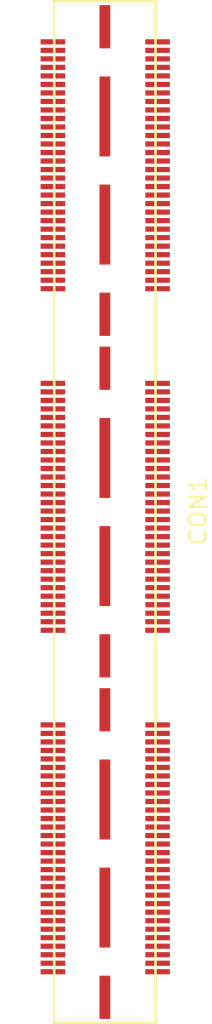
<source format=kicad_pcb>
(kicad_pcb (version 4) (host pcbnew 0.201506030104+5696~23~ubuntu14.04.1-product)

  (general
    (links 0)
    (no_connects 0)
    (area 34.971705 37.339799 56.60401 97.889801)
    (thickness 1.6)
    (drawings 0)
    (tracks 0)
    (zones 0)
    (modules 1)
    (nets 193)
  )

  (page A4)
  (layers
    (0 F.Cu signal)
    (31 B.Cu signal)
    (32 B.Adhes user)
    (33 F.Adhes user)
    (34 B.Paste user)
    (35 F.Paste user)
    (36 B.SilkS user)
    (37 F.SilkS user)
    (38 B.Mask user)
    (39 F.Mask user)
    (40 Dwgs.User user)
    (41 Cmts.User user)
    (42 Eco1.User user)
    (43 Eco2.User user)
    (44 Edge.Cuts user)
    (45 Margin user)
    (46 B.CrtYd user)
    (47 F.CrtYd user)
    (48 B.Fab user)
    (49 F.Fab user)
  )

  (setup
    (last_trace_width 0.25)
    (trace_clearance 0.2)
    (zone_clearance 0.508)
    (zone_45_only no)
    (trace_min 0.2)
    (segment_width 0.2)
    (edge_width 0.1)
    (via_size 0.6)
    (via_drill 0.4)
    (via_min_size 0.4)
    (via_min_drill 0.3)
    (uvia_size 0.3)
    (uvia_drill 0.1)
    (uvias_allowed no)
    (uvia_min_size 0.2)
    (uvia_min_drill 0.1)
    (pcb_text_width 0.3)
    (pcb_text_size 1.5 1.5)
    (mod_edge_width 0.15)
    (mod_text_size 1 1)
    (mod_text_width 0.15)
    (pad_size 1.5 1.5)
    (pad_drill 0.6)
    (pad_to_mask_clearance 0)
    (aux_axis_origin 0 0)
    (visible_elements FFFFFF7F)
    (pcbplotparams
      (layerselection 0x00030_80000001)
      (usegerberextensions false)
      (excludeedgelayer true)
      (linewidth 0.100000)
      (plotframeref false)
      (viasonmask false)
      (mode 1)
      (useauxorigin false)
      (hpglpennumber 1)
      (hpglpenspeed 20)
      (hpglpendiameter 15)
      (hpglpenoverlay 2)
      (psnegative false)
      (psa4output false)
      (plotreference true)
      (plotvalue true)
      (plotinvisibletext false)
      (padsonsilk false)
      (subtractmaskfromsilk false)
      (outputformat 1)
      (mirror false)
      (drillshape 0)
      (scaleselection 1)
      (outputdirectory gerber/))
  )

  (net 0 "")
  (net 1 "Net-(CON1-Pad181)")
  (net 2 "Net-(CON1-Pad182)")
  (net 3 "Net-(CON1-Pad183)")
  (net 4 "Net-(CON1-Pad184)")
  (net 5 "Net-(CON1-Pad192)")
  (net 6 "Net-(CON1-Pad191)")
  (net 7 "Net-(CON1-Pad190)")
  (net 8 "Net-(CON1-Pad189)")
  (net 9 "Net-(CON1-Pad2)")
  (net 10 "Net-(CON1-Pad40)")
  (net 11 "Net-(CON1-Pad30)")
  (net 12 "Net-(CON1-Pad32)")
  (net 13 "Net-(CON1-Pad34)")
  (net 14 "Net-(CON1-Pad36)")
  (net 15 "Net-(CON1-Pad38)")
  (net 16 "Net-(CON1-Pad42)")
  (net 17 "Net-(CON1-Pad44)")
  (net 18 "Net-(CON1-Pad46)")
  (net 19 "Net-(CON1-Pad48)")
  (net 20 "Net-(CON1-Pad50)")
  (net 21 "Net-(CON1-Pad52)")
  (net 22 "Net-(CON1-Pad54)")
  (net 23 "Net-(CON1-Pad56)")
  (net 24 "Net-(CON1-Pad58)")
  (net 25 "Net-(CON1-Pad60)")
  (net 26 "Net-(CON1-Pad28)")
  (net 27 "Net-(CON1-Pad26)")
  (net 28 "Net-(CON1-Pad24)")
  (net 29 "Net-(CON1-Pad22)")
  (net 30 "Net-(CON1-Pad20)")
  (net 31 "Net-(CON1-Pad18)")
  (net 32 "Net-(CON1-Pad16)")
  (net 33 "Net-(CON1-Pad14)")
  (net 34 "Net-(CON1-Pad12)")
  (net 35 "Net-(CON1-Pad10)")
  (net 36 "Net-(CON1-Pad8)")
  (net 37 "Net-(CON1-Pad6)")
  (net 38 "Net-(CON1-Pad4)")
  (net 39 "Net-(CON1-Pad64)")
  (net 40 "Net-(CON1-Pad66)")
  (net 41 "Net-(CON1-Pad68)")
  (net 42 "Net-(CON1-Pad70)")
  (net 43 "Net-(CON1-Pad72)")
  (net 44 "Net-(CON1-Pad74)")
  (net 45 "Net-(CON1-Pad76)")
  (net 46 "Net-(CON1-Pad78)")
  (net 47 "Net-(CON1-Pad80)")
  (net 48 "Net-(CON1-Pad82)")
  (net 49 "Net-(CON1-Pad84)")
  (net 50 "Net-(CON1-Pad86)")
  (net 51 "Net-(CON1-Pad88)")
  (net 52 "Net-(CON1-Pad120)")
  (net 53 "Net-(CON1-Pad118)")
  (net 54 "Net-(CON1-Pad116)")
  (net 55 "Net-(CON1-Pad114)")
  (net 56 "Net-(CON1-Pad112)")
  (net 57 "Net-(CON1-Pad110)")
  (net 58 "Net-(CON1-Pad108)")
  (net 59 "Net-(CON1-Pad106)")
  (net 60 "Net-(CON1-Pad104)")
  (net 61 "Net-(CON1-Pad102)")
  (net 62 "Net-(CON1-Pad98)")
  (net 63 "Net-(CON1-Pad96)")
  (net 64 "Net-(CON1-Pad94)")
  (net 65 "Net-(CON1-Pad92)")
  (net 66 "Net-(CON1-Pad90)")
  (net 67 "Net-(CON1-Pad100)")
  (net 68 "Net-(CON1-Pad62)")
  (net 69 "Net-(CON1-Pad122)")
  (net 70 "Net-(CON1-Pad160)")
  (net 71 "Net-(CON1-Pad150)")
  (net 72 "Net-(CON1-Pad152)")
  (net 73 "Net-(CON1-Pad154)")
  (net 74 "Net-(CON1-Pad156)")
  (net 75 "Net-(CON1-Pad158)")
  (net 76 "Net-(CON1-Pad162)")
  (net 77 "Net-(CON1-Pad164)")
  (net 78 "Net-(CON1-Pad166)")
  (net 79 "Net-(CON1-Pad168)")
  (net 80 "Net-(CON1-Pad170)")
  (net 81 "Net-(CON1-Pad172)")
  (net 82 "Net-(CON1-Pad174)")
  (net 83 "Net-(CON1-Pad176)")
  (net 84 "Net-(CON1-Pad178)")
  (net 85 "Net-(CON1-Pad180)")
  (net 86 "Net-(CON1-Pad148)")
  (net 87 "Net-(CON1-Pad146)")
  (net 88 "Net-(CON1-Pad144)")
  (net 89 "Net-(CON1-Pad142)")
  (net 90 "Net-(CON1-Pad140)")
  (net 91 "Net-(CON1-Pad138)")
  (net 92 "Net-(CON1-Pad136)")
  (net 93 "Net-(CON1-Pad134)")
  (net 94 "Net-(CON1-Pad132)")
  (net 95 "Net-(CON1-Pad130)")
  (net 96 "Net-(CON1-Pad128)")
  (net 97 "Net-(CON1-Pad126)")
  (net 98 "Net-(CON1-Pad124)")
  (net 99 "Net-(CON1-Pad121)")
  (net 100 "Net-(CON1-Pad159)")
  (net 101 "Net-(CON1-Pad149)")
  (net 102 "Net-(CON1-Pad151)")
  (net 103 "Net-(CON1-Pad153)")
  (net 104 "Net-(CON1-Pad155)")
  (net 105 "Net-(CON1-Pad157)")
  (net 106 "Net-(CON1-Pad161)")
  (net 107 "Net-(CON1-Pad163)")
  (net 108 "Net-(CON1-Pad165)")
  (net 109 "Net-(CON1-Pad167)")
  (net 110 "Net-(CON1-Pad169)")
  (net 111 "Net-(CON1-Pad171)")
  (net 112 "Net-(CON1-Pad173)")
  (net 113 "Net-(CON1-Pad175)")
  (net 114 "Net-(CON1-Pad177)")
  (net 115 "Net-(CON1-Pad179)")
  (net 116 "Net-(CON1-Pad147)")
  (net 117 "Net-(CON1-Pad145)")
  (net 118 "Net-(CON1-Pad143)")
  (net 119 "Net-(CON1-Pad141)")
  (net 120 "Net-(CON1-Pad139)")
  (net 121 "Net-(CON1-Pad137)")
  (net 122 "Net-(CON1-Pad135)")
  (net 123 "Net-(CON1-Pad133)")
  (net 124 "Net-(CON1-Pad131)")
  (net 125 "Net-(CON1-Pad129)")
  (net 126 "Net-(CON1-Pad127)")
  (net 127 "Net-(CON1-Pad125)")
  (net 128 "Net-(CON1-Pad123)")
  (net 129 "Net-(CON1-Pad63)")
  (net 130 "Net-(CON1-Pad65)")
  (net 131 "Net-(CON1-Pad67)")
  (net 132 "Net-(CON1-Pad69)")
  (net 133 "Net-(CON1-Pad71)")
  (net 134 "Net-(CON1-Pad73)")
  (net 135 "Net-(CON1-Pad75)")
  (net 136 "Net-(CON1-Pad77)")
  (net 137 "Net-(CON1-Pad79)")
  (net 138 "Net-(CON1-Pad81)")
  (net 139 "Net-(CON1-Pad83)")
  (net 140 "Net-(CON1-Pad85)")
  (net 141 "Net-(CON1-Pad87)")
  (net 142 "Net-(CON1-Pad119)")
  (net 143 "Net-(CON1-Pad117)")
  (net 144 "Net-(CON1-Pad115)")
  (net 145 "Net-(CON1-Pad113)")
  (net 146 "Net-(CON1-Pad111)")
  (net 147 "Net-(CON1-Pad109)")
  (net 148 "Net-(CON1-Pad107)")
  (net 149 "Net-(CON1-Pad105)")
  (net 150 "Net-(CON1-Pad103)")
  (net 151 "Net-(CON1-Pad101)")
  (net 152 "Net-(CON1-Pad97)")
  (net 153 "Net-(CON1-Pad95)")
  (net 154 "Net-(CON1-Pad93)")
  (net 155 "Net-(CON1-Pad91)")
  (net 156 "Net-(CON1-Pad89)")
  (net 157 "Net-(CON1-Pad99)")
  (net 158 "Net-(CON1-Pad61)")
  (net 159 "Net-(CON1-Pad1)")
  (net 160 "Net-(CON1-Pad39)")
  (net 161 "Net-(CON1-Pad29)")
  (net 162 "Net-(CON1-Pad31)")
  (net 163 "Net-(CON1-Pad33)")
  (net 164 "Net-(CON1-Pad35)")
  (net 165 "Net-(CON1-Pad37)")
  (net 166 "Net-(CON1-Pad41)")
  (net 167 "Net-(CON1-Pad43)")
  (net 168 "Net-(CON1-Pad45)")
  (net 169 "Net-(CON1-Pad47)")
  (net 170 "Net-(CON1-Pad49)")
  (net 171 "Net-(CON1-Pad51)")
  (net 172 "Net-(CON1-Pad53)")
  (net 173 "Net-(CON1-Pad55)")
  (net 174 "Net-(CON1-Pad57)")
  (net 175 "Net-(CON1-Pad59)")
  (net 176 "Net-(CON1-Pad27)")
  (net 177 "Net-(CON1-Pad25)")
  (net 178 "Net-(CON1-Pad23)")
  (net 179 "Net-(CON1-Pad21)")
  (net 180 "Net-(CON1-Pad19)")
  (net 181 "Net-(CON1-Pad17)")
  (net 182 "Net-(CON1-Pad15)")
  (net 183 "Net-(CON1-Pad13)")
  (net 184 "Net-(CON1-Pad11)")
  (net 185 "Net-(CON1-Pad9)")
  (net 186 "Net-(CON1-Pad7)")
  (net 187 "Net-(CON1-Pad5)")
  (net 188 "Net-(CON1-Pad3)")
  (net 189 "Net-(CON1-Pad185)")
  (net 190 "Net-(CON1-Pad186)")
  (net 191 "Net-(CON1-Pad187)")
  (net 192 "Net-(CON1-Pad188)")

  (net_class Default "This is the default net class."
    (clearance 0.2)
    (trace_width 0.25)
    (via_dia 0.6)
    (via_drill 0.4)
    (uvia_dia 0.3)
    (uvia_drill 0.1)
    (add_net "Net-(CON1-Pad1)")
    (add_net "Net-(CON1-Pad10)")
    (add_net "Net-(CON1-Pad100)")
    (add_net "Net-(CON1-Pad101)")
    (add_net "Net-(CON1-Pad102)")
    (add_net "Net-(CON1-Pad103)")
    (add_net "Net-(CON1-Pad104)")
    (add_net "Net-(CON1-Pad105)")
    (add_net "Net-(CON1-Pad106)")
    (add_net "Net-(CON1-Pad107)")
    (add_net "Net-(CON1-Pad108)")
    (add_net "Net-(CON1-Pad109)")
    (add_net "Net-(CON1-Pad11)")
    (add_net "Net-(CON1-Pad110)")
    (add_net "Net-(CON1-Pad111)")
    (add_net "Net-(CON1-Pad112)")
    (add_net "Net-(CON1-Pad113)")
    (add_net "Net-(CON1-Pad114)")
    (add_net "Net-(CON1-Pad115)")
    (add_net "Net-(CON1-Pad116)")
    (add_net "Net-(CON1-Pad117)")
    (add_net "Net-(CON1-Pad118)")
    (add_net "Net-(CON1-Pad119)")
    (add_net "Net-(CON1-Pad12)")
    (add_net "Net-(CON1-Pad120)")
    (add_net "Net-(CON1-Pad121)")
    (add_net "Net-(CON1-Pad122)")
    (add_net "Net-(CON1-Pad123)")
    (add_net "Net-(CON1-Pad124)")
    (add_net "Net-(CON1-Pad125)")
    (add_net "Net-(CON1-Pad126)")
    (add_net "Net-(CON1-Pad127)")
    (add_net "Net-(CON1-Pad128)")
    (add_net "Net-(CON1-Pad129)")
    (add_net "Net-(CON1-Pad13)")
    (add_net "Net-(CON1-Pad130)")
    (add_net "Net-(CON1-Pad131)")
    (add_net "Net-(CON1-Pad132)")
    (add_net "Net-(CON1-Pad133)")
    (add_net "Net-(CON1-Pad134)")
    (add_net "Net-(CON1-Pad135)")
    (add_net "Net-(CON1-Pad136)")
    (add_net "Net-(CON1-Pad137)")
    (add_net "Net-(CON1-Pad138)")
    (add_net "Net-(CON1-Pad139)")
    (add_net "Net-(CON1-Pad14)")
    (add_net "Net-(CON1-Pad140)")
    (add_net "Net-(CON1-Pad141)")
    (add_net "Net-(CON1-Pad142)")
    (add_net "Net-(CON1-Pad143)")
    (add_net "Net-(CON1-Pad144)")
    (add_net "Net-(CON1-Pad145)")
    (add_net "Net-(CON1-Pad146)")
    (add_net "Net-(CON1-Pad147)")
    (add_net "Net-(CON1-Pad148)")
    (add_net "Net-(CON1-Pad149)")
    (add_net "Net-(CON1-Pad15)")
    (add_net "Net-(CON1-Pad150)")
    (add_net "Net-(CON1-Pad151)")
    (add_net "Net-(CON1-Pad152)")
    (add_net "Net-(CON1-Pad153)")
    (add_net "Net-(CON1-Pad154)")
    (add_net "Net-(CON1-Pad155)")
    (add_net "Net-(CON1-Pad156)")
    (add_net "Net-(CON1-Pad157)")
    (add_net "Net-(CON1-Pad158)")
    (add_net "Net-(CON1-Pad159)")
    (add_net "Net-(CON1-Pad16)")
    (add_net "Net-(CON1-Pad160)")
    (add_net "Net-(CON1-Pad161)")
    (add_net "Net-(CON1-Pad162)")
    (add_net "Net-(CON1-Pad163)")
    (add_net "Net-(CON1-Pad164)")
    (add_net "Net-(CON1-Pad165)")
    (add_net "Net-(CON1-Pad166)")
    (add_net "Net-(CON1-Pad167)")
    (add_net "Net-(CON1-Pad168)")
    (add_net "Net-(CON1-Pad169)")
    (add_net "Net-(CON1-Pad17)")
    (add_net "Net-(CON1-Pad170)")
    (add_net "Net-(CON1-Pad171)")
    (add_net "Net-(CON1-Pad172)")
    (add_net "Net-(CON1-Pad173)")
    (add_net "Net-(CON1-Pad174)")
    (add_net "Net-(CON1-Pad175)")
    (add_net "Net-(CON1-Pad176)")
    (add_net "Net-(CON1-Pad177)")
    (add_net "Net-(CON1-Pad178)")
    (add_net "Net-(CON1-Pad179)")
    (add_net "Net-(CON1-Pad18)")
    (add_net "Net-(CON1-Pad180)")
    (add_net "Net-(CON1-Pad181)")
    (add_net "Net-(CON1-Pad182)")
    (add_net "Net-(CON1-Pad183)")
    (add_net "Net-(CON1-Pad184)")
    (add_net "Net-(CON1-Pad185)")
    (add_net "Net-(CON1-Pad186)")
    (add_net "Net-(CON1-Pad187)")
    (add_net "Net-(CON1-Pad188)")
    (add_net "Net-(CON1-Pad189)")
    (add_net "Net-(CON1-Pad19)")
    (add_net "Net-(CON1-Pad190)")
    (add_net "Net-(CON1-Pad191)")
    (add_net "Net-(CON1-Pad192)")
    (add_net "Net-(CON1-Pad2)")
    (add_net "Net-(CON1-Pad20)")
    (add_net "Net-(CON1-Pad21)")
    (add_net "Net-(CON1-Pad22)")
    (add_net "Net-(CON1-Pad23)")
    (add_net "Net-(CON1-Pad24)")
    (add_net "Net-(CON1-Pad25)")
    (add_net "Net-(CON1-Pad26)")
    (add_net "Net-(CON1-Pad27)")
    (add_net "Net-(CON1-Pad28)")
    (add_net "Net-(CON1-Pad29)")
    (add_net "Net-(CON1-Pad3)")
    (add_net "Net-(CON1-Pad30)")
    (add_net "Net-(CON1-Pad31)")
    (add_net "Net-(CON1-Pad32)")
    (add_net "Net-(CON1-Pad33)")
    (add_net "Net-(CON1-Pad34)")
    (add_net "Net-(CON1-Pad35)")
    (add_net "Net-(CON1-Pad36)")
    (add_net "Net-(CON1-Pad37)")
    (add_net "Net-(CON1-Pad38)")
    (add_net "Net-(CON1-Pad39)")
    (add_net "Net-(CON1-Pad4)")
    (add_net "Net-(CON1-Pad40)")
    (add_net "Net-(CON1-Pad41)")
    (add_net "Net-(CON1-Pad42)")
    (add_net "Net-(CON1-Pad43)")
    (add_net "Net-(CON1-Pad44)")
    (add_net "Net-(CON1-Pad45)")
    (add_net "Net-(CON1-Pad46)")
    (add_net "Net-(CON1-Pad47)")
    (add_net "Net-(CON1-Pad48)")
    (add_net "Net-(CON1-Pad49)")
    (add_net "Net-(CON1-Pad5)")
    (add_net "Net-(CON1-Pad50)")
    (add_net "Net-(CON1-Pad51)")
    (add_net "Net-(CON1-Pad52)")
    (add_net "Net-(CON1-Pad53)")
    (add_net "Net-(CON1-Pad54)")
    (add_net "Net-(CON1-Pad55)")
    (add_net "Net-(CON1-Pad56)")
    (add_net "Net-(CON1-Pad57)")
    (add_net "Net-(CON1-Pad58)")
    (add_net "Net-(CON1-Pad59)")
    (add_net "Net-(CON1-Pad6)")
    (add_net "Net-(CON1-Pad60)")
    (add_net "Net-(CON1-Pad61)")
    (add_net "Net-(CON1-Pad62)")
    (add_net "Net-(CON1-Pad63)")
    (add_net "Net-(CON1-Pad64)")
    (add_net "Net-(CON1-Pad65)")
    (add_net "Net-(CON1-Pad66)")
    (add_net "Net-(CON1-Pad67)")
    (add_net "Net-(CON1-Pad68)")
    (add_net "Net-(CON1-Pad69)")
    (add_net "Net-(CON1-Pad7)")
    (add_net "Net-(CON1-Pad70)")
    (add_net "Net-(CON1-Pad71)")
    (add_net "Net-(CON1-Pad72)")
    (add_net "Net-(CON1-Pad73)")
    (add_net "Net-(CON1-Pad74)")
    (add_net "Net-(CON1-Pad75)")
    (add_net "Net-(CON1-Pad76)")
    (add_net "Net-(CON1-Pad77)")
    (add_net "Net-(CON1-Pad78)")
    (add_net "Net-(CON1-Pad79)")
    (add_net "Net-(CON1-Pad8)")
    (add_net "Net-(CON1-Pad80)")
    (add_net "Net-(CON1-Pad81)")
    (add_net "Net-(CON1-Pad82)")
    (add_net "Net-(CON1-Pad83)")
    (add_net "Net-(CON1-Pad84)")
    (add_net "Net-(CON1-Pad85)")
    (add_net "Net-(CON1-Pad86)")
    (add_net "Net-(CON1-Pad87)")
    (add_net "Net-(CON1-Pad88)")
    (add_net "Net-(CON1-Pad89)")
    (add_net "Net-(CON1-Pad9)")
    (add_net "Net-(CON1-Pad90)")
    (add_net "Net-(CON1-Pad91)")
    (add_net "Net-(CON1-Pad92)")
    (add_net "Net-(CON1-Pad93)")
    (add_net "Net-(CON1-Pad94)")
    (add_net "Net-(CON1-Pad95)")
    (add_net "Net-(CON1-Pad96)")
    (add_net "Net-(CON1-Pad97)")
    (add_net "Net-(CON1-Pad98)")
    (add_net "Net-(CON1-Pad99)")
  )

  (module QTH-090-01-L-D-A:QTH-090-01-L-D-A (layer F.Cu) (tedit 55836FCA) (tstamp 55837068)
    (at 48.8188 67.6148 90)
    (descr 150)
    (path /55836CBF)
    (fp_text reference CON1 (at 0.0508 5.4864 90) (layer F.SilkS)
      (effects (font (size 1 1) (thickness 0.15)))
    )
    (fp_text value QTH-090-01-L-D-A (at -0.0508 -5.334 90) (layer F.Fab)
      (effects (font (size 1 1) (thickness 0.15)))
    )
    (fp_line (start -30 -2.985) (end -30 2.985) (layer F.SilkS) (width 0.15))
    (fp_line (start -30 2.985) (end 30 2.985) (layer F.SilkS) (width 0.15))
    (fp_line (start 30 2.985) (end 30 -2.985) (layer F.SilkS) (width 0.15))
    (fp_line (start 30 -2.985) (end -30 -2.985) (layer F.SilkS) (width 0.15))
    (pad 181 smd rect (at -28.505 0 90) (size 2.54 0.64) (layers F.Cu F.Paste F.Mask)
      (net 1 "Net-(CON1-Pad181)"))
    (pad 182 smd rect (at -23.235 0 90) (size 4.7 0.64) (layers F.Cu F.Paste F.Mask)
      (net 2 "Net-(CON1-Pad182)"))
    (pad 183 smd rect (at -16.885 0 90) (size 4.7 0.64) (layers F.Cu F.Paste F.Mask)
      (net 3 "Net-(CON1-Pad183)"))
    (pad 184 smd rect (at -11.615 0 90) (size 2.54 0.64) (layers F.Cu F.Paste F.Mask)
      (net 4 "Net-(CON1-Pad184)"))
    (pad 192 smd rect (at 28.505 0 90) (size 2.54 0.64) (layers F.Cu F.Paste F.Mask)
      (net 5 "Net-(CON1-Pad192)"))
    (pad 191 smd rect (at 23.235 0 90) (size 4.7 0.64) (layers F.Cu F.Paste F.Mask)
      (net 6 "Net-(CON1-Pad191)"))
    (pad 190 smd rect (at 16.885 0 90) (size 4.7 0.64) (layers F.Cu F.Paste F.Mask)
      (net 7 "Net-(CON1-Pad190)"))
    (pad 189 smd rect (at 11.615 0 90) (size 2.54 0.64) (layers F.Cu F.Paste F.Mask)
      (net 8 "Net-(CON1-Pad189)"))
    (pad 2 smd rect (at -27.003 3.106 90) (size 0.305 1.45) (layers F.Cu F.Paste F.Mask)
      (net 9 "Net-(CON1-Pad2)"))
    (pad 40 smd rect (at -17.503 3.106 90) (size 0.305 1.45) (layers F.Cu F.Paste F.Mask)
      (net 10 "Net-(CON1-Pad40)"))
    (pad 30 smd rect (at -20.003 3.106 90) (size 0.305 1.45) (layers F.Cu F.Paste F.Mask)
      (net 11 "Net-(CON1-Pad30)"))
    (pad 32 smd rect (at -19.503 3.106 90) (size 0.305 1.45) (layers F.Cu F.Paste F.Mask)
      (net 12 "Net-(CON1-Pad32)"))
    (pad 34 smd rect (at -19.003 3.106 90) (size 0.305 1.45) (layers F.Cu F.Paste F.Mask)
      (net 13 "Net-(CON1-Pad34)"))
    (pad 36 smd rect (at -18.503 3.106 90) (size 0.305 1.45) (layers F.Cu F.Paste F.Mask)
      (net 14 "Net-(CON1-Pad36)"))
    (pad 38 smd rect (at -18.003 3.106 90) (size 0.305 1.45) (layers F.Cu F.Paste F.Mask)
      (net 15 "Net-(CON1-Pad38)"))
    (pad 42 smd rect (at -17.003 3.106 90) (size 0.305 1.45) (layers F.Cu F.Paste F.Mask)
      (net 16 "Net-(CON1-Pad42)"))
    (pad 44 smd rect (at -16.503 3.106 90) (size 0.305 1.45) (layers F.Cu F.Paste F.Mask)
      (net 17 "Net-(CON1-Pad44)"))
    (pad 46 smd rect (at -16.003 3.106 90) (size 0.305 1.45) (layers F.Cu F.Paste F.Mask)
      (net 18 "Net-(CON1-Pad46)"))
    (pad 48 smd rect (at -15.503 3.106 90) (size 0.305 1.45) (layers F.Cu F.Paste F.Mask)
      (net 19 "Net-(CON1-Pad48)"))
    (pad 50 smd rect (at -15.003 3.106 90) (size 0.305 1.45) (layers F.Cu F.Paste F.Mask)
      (net 20 "Net-(CON1-Pad50)"))
    (pad 52 smd rect (at -14.503 3.106 90) (size 0.305 1.45) (layers F.Cu F.Paste F.Mask)
      (net 21 "Net-(CON1-Pad52)"))
    (pad 54 smd rect (at -14.003 3.106 90) (size 0.305 1.45) (layers F.Cu F.Paste F.Mask)
      (net 22 "Net-(CON1-Pad54)"))
    (pad 56 smd rect (at -13.503 3.106 90) (size 0.305 1.45) (layers F.Cu F.Paste F.Mask)
      (net 23 "Net-(CON1-Pad56)"))
    (pad 58 smd rect (at -13.003 3.106 90) (size 0.305 1.45) (layers F.Cu F.Paste F.Mask)
      (net 24 "Net-(CON1-Pad58)"))
    (pad 60 smd rect (at -12.503 3.106 90) (size 0.305 1.45) (layers F.Cu F.Paste F.Mask)
      (net 25 "Net-(CON1-Pad60)"))
    (pad 28 smd rect (at -20.503 3.106 90) (size 0.305 1.45) (layers F.Cu F.Paste F.Mask)
      (net 26 "Net-(CON1-Pad28)"))
    (pad 26 smd rect (at -21.003 3.106 90) (size 0.305 1.45) (layers F.Cu F.Paste F.Mask)
      (net 27 "Net-(CON1-Pad26)"))
    (pad 24 smd rect (at -21.503 3.106 90) (size 0.305 1.45) (layers F.Cu F.Paste F.Mask)
      (net 28 "Net-(CON1-Pad24)"))
    (pad 22 smd rect (at -22.003 3.106 90) (size 0.305 1.45) (layers F.Cu F.Paste F.Mask)
      (net 29 "Net-(CON1-Pad22)"))
    (pad 20 smd rect (at -22.503 3.106 90) (size 0.305 1.45) (layers F.Cu F.Paste F.Mask)
      (net 30 "Net-(CON1-Pad20)"))
    (pad 18 smd rect (at -23.003 3.106 90) (size 0.305 1.45) (layers F.Cu F.Paste F.Mask)
      (net 31 "Net-(CON1-Pad18)"))
    (pad 16 smd rect (at -23.503 3.106 90) (size 0.305 1.45) (layers F.Cu F.Paste F.Mask)
      (net 32 "Net-(CON1-Pad16)"))
    (pad 14 smd rect (at -24.003 3.106 90) (size 0.305 1.45) (layers F.Cu F.Paste F.Mask)
      (net 33 "Net-(CON1-Pad14)"))
    (pad 12 smd rect (at -24.503 3.106 90) (size 0.305 1.45) (layers F.Cu F.Paste F.Mask)
      (net 34 "Net-(CON1-Pad12)"))
    (pad 10 smd rect (at -25.003 3.106 90) (size 0.305 1.45) (layers F.Cu F.Paste F.Mask)
      (net 35 "Net-(CON1-Pad10)"))
    (pad 8 smd rect (at -25.503 3.106 90) (size 0.305 1.45) (layers F.Cu F.Paste F.Mask)
      (net 36 "Net-(CON1-Pad8)"))
    (pad 6 smd rect (at -26.003 3.106 90) (size 0.305 1.45) (layers F.Cu F.Paste F.Mask)
      (net 37 "Net-(CON1-Pad6)"))
    (pad 4 smd rect (at -26.503 3.106 90) (size 0.305 1.45) (layers F.Cu F.Paste F.Mask)
      (net 38 "Net-(CON1-Pad4)"))
    (pad 64 smd rect (at -6.443 3.106 90) (size 0.305 1.45) (layers F.Cu F.Paste F.Mask)
      (net 39 "Net-(CON1-Pad64)"))
    (pad 66 smd rect (at -5.943 3.106 90) (size 0.305 1.45) (layers F.Cu F.Paste F.Mask)
      (net 40 "Net-(CON1-Pad66)"))
    (pad 68 smd rect (at -5.443 3.106 90) (size 0.305 1.45) (layers F.Cu F.Paste F.Mask)
      (net 41 "Net-(CON1-Pad68)"))
    (pad 70 smd rect (at -4.943 3.106 90) (size 0.305 1.45) (layers F.Cu F.Paste F.Mask)
      (net 42 "Net-(CON1-Pad70)"))
    (pad 72 smd rect (at -4.443 3.106 90) (size 0.305 1.45) (layers F.Cu F.Paste F.Mask)
      (net 43 "Net-(CON1-Pad72)"))
    (pad 74 smd rect (at -3.943 3.106 90) (size 0.305 1.45) (layers F.Cu F.Paste F.Mask)
      (net 44 "Net-(CON1-Pad74)"))
    (pad 76 smd rect (at -3.443 3.106 90) (size 0.305 1.45) (layers F.Cu F.Paste F.Mask)
      (net 45 "Net-(CON1-Pad76)"))
    (pad 78 smd rect (at -2.943 3.106 90) (size 0.305 1.45) (layers F.Cu F.Paste F.Mask)
      (net 46 "Net-(CON1-Pad78)"))
    (pad 80 smd rect (at -2.443 3.106 90) (size 0.305 1.45) (layers F.Cu F.Paste F.Mask)
      (net 47 "Net-(CON1-Pad80)"))
    (pad 82 smd rect (at -1.943 3.106 90) (size 0.305 1.45) (layers F.Cu F.Paste F.Mask)
      (net 48 "Net-(CON1-Pad82)"))
    (pad 84 smd rect (at -1.443 3.106 90) (size 0.305 1.45) (layers F.Cu F.Paste F.Mask)
      (net 49 "Net-(CON1-Pad84)"))
    (pad 86 smd rect (at -0.943 3.106 90) (size 0.305 1.45) (layers F.Cu F.Paste F.Mask)
      (net 50 "Net-(CON1-Pad86)"))
    (pad 88 smd rect (at -0.443 3.106 90) (size 0.305 1.45) (layers F.Cu F.Paste F.Mask)
      (net 51 "Net-(CON1-Pad88)"))
    (pad 120 smd rect (at 7.557 3.106 90) (size 0.305 1.45) (layers F.Cu F.Paste F.Mask)
      (net 52 "Net-(CON1-Pad120)"))
    (pad 118 smd rect (at 7.057 3.106 90) (size 0.305 1.45) (layers F.Cu F.Paste F.Mask)
      (net 53 "Net-(CON1-Pad118)"))
    (pad 116 smd rect (at 6.557 3.106 90) (size 0.305 1.45) (layers F.Cu F.Paste F.Mask)
      (net 54 "Net-(CON1-Pad116)"))
    (pad 114 smd rect (at 6.057 3.106 90) (size 0.305 1.45) (layers F.Cu F.Paste F.Mask)
      (net 55 "Net-(CON1-Pad114)"))
    (pad 112 smd rect (at 5.557 3.106 90) (size 0.305 1.45) (layers F.Cu F.Paste F.Mask)
      (net 56 "Net-(CON1-Pad112)"))
    (pad 110 smd rect (at 5.057 3.106 90) (size 0.305 1.45) (layers F.Cu F.Paste F.Mask)
      (net 57 "Net-(CON1-Pad110)"))
    (pad 108 smd rect (at 4.557 3.106 90) (size 0.305 1.45) (layers F.Cu F.Paste F.Mask)
      (net 58 "Net-(CON1-Pad108)"))
    (pad 106 smd rect (at 4.057 3.106 90) (size 0.305 1.45) (layers F.Cu F.Paste F.Mask)
      (net 59 "Net-(CON1-Pad106)"))
    (pad 104 smd rect (at 3.557 3.106 90) (size 0.305 1.45) (layers F.Cu F.Paste F.Mask)
      (net 60 "Net-(CON1-Pad104)"))
    (pad 102 smd rect (at 3.057 3.106 90) (size 0.305 1.45) (layers F.Cu F.Paste F.Mask)
      (net 61 "Net-(CON1-Pad102)"))
    (pad 98 smd rect (at 2.057 3.106 90) (size 0.305 1.45) (layers F.Cu F.Paste F.Mask)
      (net 62 "Net-(CON1-Pad98)"))
    (pad 96 smd rect (at 1.557 3.106 90) (size 0.305 1.45) (layers F.Cu F.Paste F.Mask)
      (net 63 "Net-(CON1-Pad96)"))
    (pad 94 smd rect (at 1.057 3.106 90) (size 0.305 1.45) (layers F.Cu F.Paste F.Mask)
      (net 64 "Net-(CON1-Pad94)"))
    (pad 92 smd rect (at 0.557 3.106 90) (size 0.305 1.45) (layers F.Cu F.Paste F.Mask)
      (net 65 "Net-(CON1-Pad92)"))
    (pad 90 smd rect (at 0.057 3.106 90) (size 0.305 1.45) (layers F.Cu F.Paste F.Mask)
      (net 66 "Net-(CON1-Pad90)"))
    (pad 100 smd rect (at 2.557 3.106 90) (size 0.305 1.45) (layers F.Cu F.Paste F.Mask)
      (net 67 "Net-(CON1-Pad100)"))
    (pad 62 smd rect (at -6.943 3.106 90) (size 0.305 1.45) (layers F.Cu F.Paste F.Mask)
      (net 68 "Net-(CON1-Pad62)"))
    (pad 122 smd rect (at 13.117 3.106 90) (size 0.305 1.45) (layers F.Cu F.Paste F.Mask)
      (net 69 "Net-(CON1-Pad122)"))
    (pad 160 smd rect (at 22.617 3.106 90) (size 0.305 1.45) (layers F.Cu F.Paste F.Mask)
      (net 70 "Net-(CON1-Pad160)"))
    (pad 150 smd rect (at 20.117 3.106 90) (size 0.305 1.45) (layers F.Cu F.Paste F.Mask)
      (net 71 "Net-(CON1-Pad150)"))
    (pad 152 smd rect (at 20.617 3.106 90) (size 0.305 1.45) (layers F.Cu F.Paste F.Mask)
      (net 72 "Net-(CON1-Pad152)"))
    (pad 154 smd rect (at 21.117 3.106 90) (size 0.305 1.45) (layers F.Cu F.Paste F.Mask)
      (net 73 "Net-(CON1-Pad154)"))
    (pad 156 smd rect (at 21.617 3.106 90) (size 0.305 1.45) (layers F.Cu F.Paste F.Mask)
      (net 74 "Net-(CON1-Pad156)"))
    (pad 158 smd rect (at 22.117 3.106 90) (size 0.305 1.45) (layers F.Cu F.Paste F.Mask)
      (net 75 "Net-(CON1-Pad158)"))
    (pad 162 smd rect (at 23.117 3.106 90) (size 0.305 1.45) (layers F.Cu F.Paste F.Mask)
      (net 76 "Net-(CON1-Pad162)"))
    (pad 164 smd rect (at 23.617 3.106 90) (size 0.305 1.45) (layers F.Cu F.Paste F.Mask)
      (net 77 "Net-(CON1-Pad164)"))
    (pad 166 smd rect (at 24.117 3.106 90) (size 0.305 1.45) (layers F.Cu F.Paste F.Mask)
      (net 78 "Net-(CON1-Pad166)"))
    (pad 168 smd rect (at 24.617 3.106 90) (size 0.305 1.45) (layers F.Cu F.Paste F.Mask)
      (net 79 "Net-(CON1-Pad168)"))
    (pad 170 smd rect (at 25.117 3.106 90) (size 0.305 1.45) (layers F.Cu F.Paste F.Mask)
      (net 80 "Net-(CON1-Pad170)"))
    (pad 172 smd rect (at 25.617 3.106 90) (size 0.305 1.45) (layers F.Cu F.Paste F.Mask)
      (net 81 "Net-(CON1-Pad172)"))
    (pad 174 smd rect (at 26.117 3.106 90) (size 0.305 1.45) (layers F.Cu F.Paste F.Mask)
      (net 82 "Net-(CON1-Pad174)"))
    (pad 176 smd rect (at 26.617 3.106 90) (size 0.305 1.45) (layers F.Cu F.Paste F.Mask)
      (net 83 "Net-(CON1-Pad176)"))
    (pad 178 smd rect (at 27.117 3.106 90) (size 0.305 1.45) (layers F.Cu F.Paste F.Mask)
      (net 84 "Net-(CON1-Pad178)"))
    (pad 180 smd rect (at 27.617 3.106 90) (size 0.305 1.45) (layers F.Cu F.Paste F.Mask)
      (net 85 "Net-(CON1-Pad180)"))
    (pad 148 smd rect (at 19.617 3.106 90) (size 0.305 1.45) (layers F.Cu F.Paste F.Mask)
      (net 86 "Net-(CON1-Pad148)"))
    (pad 146 smd rect (at 19.117 3.106 90) (size 0.305 1.45) (layers F.Cu F.Paste F.Mask)
      (net 87 "Net-(CON1-Pad146)"))
    (pad 144 smd rect (at 18.617 3.106 90) (size 0.305 1.45) (layers F.Cu F.Paste F.Mask)
      (net 88 "Net-(CON1-Pad144)"))
    (pad 142 smd rect (at 18.117 3.106 90) (size 0.305 1.45) (layers F.Cu F.Paste F.Mask)
      (net 89 "Net-(CON1-Pad142)"))
    (pad 140 smd rect (at 17.617 3.106 90) (size 0.305 1.45) (layers F.Cu F.Paste F.Mask)
      (net 90 "Net-(CON1-Pad140)"))
    (pad 138 smd rect (at 17.117 3.106 90) (size 0.305 1.45) (layers F.Cu F.Paste F.Mask)
      (net 91 "Net-(CON1-Pad138)"))
    (pad 136 smd rect (at 16.617 3.106 90) (size 0.305 1.45) (layers F.Cu F.Paste F.Mask)
      (net 92 "Net-(CON1-Pad136)"))
    (pad 134 smd rect (at 16.117 3.106 90) (size 0.305 1.45) (layers F.Cu F.Paste F.Mask)
      (net 93 "Net-(CON1-Pad134)"))
    (pad 132 smd rect (at 15.617 3.106 90) (size 0.305 1.45) (layers F.Cu F.Paste F.Mask)
      (net 94 "Net-(CON1-Pad132)"))
    (pad 130 smd rect (at 15.117 3.106 90) (size 0.305 1.45) (layers F.Cu F.Paste F.Mask)
      (net 95 "Net-(CON1-Pad130)"))
    (pad 128 smd rect (at 14.617 3.106 90) (size 0.305 1.45) (layers F.Cu F.Paste F.Mask)
      (net 96 "Net-(CON1-Pad128)"))
    (pad 126 smd rect (at 14.117 3.106 90) (size 0.305 1.45) (layers F.Cu F.Paste F.Mask)
      (net 97 "Net-(CON1-Pad126)"))
    (pad 124 smd rect (at 13.617 3.106 90) (size 0.305 1.45) (layers F.Cu F.Paste F.Mask)
      (net 98 "Net-(CON1-Pad124)"))
    (pad 121 smd rect (at 13.117 -3.066 90) (size 0.305 1.45) (layers F.Cu F.Paste F.Mask)
      (net 99 "Net-(CON1-Pad121)"))
    (pad 159 smd rect (at 22.617 -3.066 90) (size 0.305 1.45) (layers F.Cu F.Paste F.Mask)
      (net 100 "Net-(CON1-Pad159)"))
    (pad 149 smd rect (at 20.117 -3.066 90) (size 0.305 1.45) (layers F.Cu F.Paste F.Mask)
      (net 101 "Net-(CON1-Pad149)"))
    (pad 151 smd rect (at 20.617 -3.066 90) (size 0.305 1.45) (layers F.Cu F.Paste F.Mask)
      (net 102 "Net-(CON1-Pad151)"))
    (pad 153 smd rect (at 21.117 -3.066 90) (size 0.305 1.45) (layers F.Cu F.Paste F.Mask)
      (net 103 "Net-(CON1-Pad153)"))
    (pad 155 smd rect (at 21.617 -3.066 90) (size 0.305 1.45) (layers F.Cu F.Paste F.Mask)
      (net 104 "Net-(CON1-Pad155)"))
    (pad 157 smd rect (at 22.117 -3.066 90) (size 0.305 1.45) (layers F.Cu F.Paste F.Mask)
      (net 105 "Net-(CON1-Pad157)"))
    (pad 161 smd rect (at 23.117 -3.066 90) (size 0.305 1.45) (layers F.Cu F.Paste F.Mask)
      (net 106 "Net-(CON1-Pad161)"))
    (pad 163 smd rect (at 23.617 -3.066 90) (size 0.305 1.45) (layers F.Cu F.Paste F.Mask)
      (net 107 "Net-(CON1-Pad163)"))
    (pad 165 smd rect (at 24.117 -3.066 90) (size 0.305 1.45) (layers F.Cu F.Paste F.Mask)
      (net 108 "Net-(CON1-Pad165)"))
    (pad 167 smd rect (at 24.617 -3.066 90) (size 0.305 1.45) (layers F.Cu F.Paste F.Mask)
      (net 109 "Net-(CON1-Pad167)"))
    (pad 169 smd rect (at 25.117 -3.066 90) (size 0.305 1.45) (layers F.Cu F.Paste F.Mask)
      (net 110 "Net-(CON1-Pad169)"))
    (pad 171 smd rect (at 25.617 -3.066 90) (size 0.305 1.45) (layers F.Cu F.Paste F.Mask)
      (net 111 "Net-(CON1-Pad171)"))
    (pad 173 smd rect (at 26.117 -3.066 90) (size 0.305 1.45) (layers F.Cu F.Paste F.Mask)
      (net 112 "Net-(CON1-Pad173)"))
    (pad 175 smd rect (at 26.617 -3.066 90) (size 0.305 1.45) (layers F.Cu F.Paste F.Mask)
      (net 113 "Net-(CON1-Pad175)"))
    (pad 177 smd rect (at 27.117 -3.066 90) (size 0.305 1.45) (layers F.Cu F.Paste F.Mask)
      (net 114 "Net-(CON1-Pad177)"))
    (pad 179 smd rect (at 27.617 -3.066 90) (size 0.305 1.45) (layers F.Cu F.Paste F.Mask)
      (net 115 "Net-(CON1-Pad179)"))
    (pad 147 smd rect (at 19.617 -3.066 90) (size 0.305 1.45) (layers F.Cu F.Paste F.Mask)
      (net 116 "Net-(CON1-Pad147)"))
    (pad 145 smd rect (at 19.117 -3.066 90) (size 0.305 1.45) (layers F.Cu F.Paste F.Mask)
      (net 117 "Net-(CON1-Pad145)"))
    (pad 143 smd rect (at 18.617 -3.066 90) (size 0.305 1.45) (layers F.Cu F.Paste F.Mask)
      (net 118 "Net-(CON1-Pad143)"))
    (pad 141 smd rect (at 18.117 -3.066 90) (size 0.305 1.45) (layers F.Cu F.Paste F.Mask)
      (net 119 "Net-(CON1-Pad141)"))
    (pad 139 smd rect (at 17.617 -3.066 90) (size 0.305 1.45) (layers F.Cu F.Paste F.Mask)
      (net 120 "Net-(CON1-Pad139)"))
    (pad 137 smd rect (at 17.117 -3.066 90) (size 0.305 1.45) (layers F.Cu F.Paste F.Mask)
      (net 121 "Net-(CON1-Pad137)"))
    (pad 135 smd rect (at 16.617 -3.066 90) (size 0.305 1.45) (layers F.Cu F.Paste F.Mask)
      (net 122 "Net-(CON1-Pad135)"))
    (pad 133 smd rect (at 16.117 -3.066 90) (size 0.305 1.45) (layers F.Cu F.Paste F.Mask)
      (net 123 "Net-(CON1-Pad133)"))
    (pad 131 smd rect (at 15.617 -3.066 90) (size 0.305 1.45) (layers F.Cu F.Paste F.Mask)
      (net 124 "Net-(CON1-Pad131)"))
    (pad 129 smd rect (at 15.117 -3.066 90) (size 0.305 1.45) (layers F.Cu F.Paste F.Mask)
      (net 125 "Net-(CON1-Pad129)"))
    (pad 127 smd rect (at 14.617 -3.066 90) (size 0.305 1.45) (layers F.Cu F.Paste F.Mask)
      (net 126 "Net-(CON1-Pad127)"))
    (pad 125 smd rect (at 14.117 -3.066 90) (size 0.305 1.45) (layers F.Cu F.Paste F.Mask)
      (net 127 "Net-(CON1-Pad125)"))
    (pad 123 smd rect (at 13.617 -3.066 90) (size 0.305 1.45) (layers F.Cu F.Paste F.Mask)
      (net 128 "Net-(CON1-Pad123)"))
    (pad 63 smd rect (at -6.443 -3.066 90) (size 0.305 1.45) (layers F.Cu F.Paste F.Mask)
      (net 129 "Net-(CON1-Pad63)"))
    (pad 65 smd rect (at -5.943 -3.066 90) (size 0.305 1.45) (layers F.Cu F.Paste F.Mask)
      (net 130 "Net-(CON1-Pad65)"))
    (pad 67 smd rect (at -5.443 -3.066 90) (size 0.305 1.45) (layers F.Cu F.Paste F.Mask)
      (net 131 "Net-(CON1-Pad67)"))
    (pad 69 smd rect (at -4.943 -3.066 90) (size 0.305 1.45) (layers F.Cu F.Paste F.Mask)
      (net 132 "Net-(CON1-Pad69)"))
    (pad 71 smd rect (at -4.443 -3.066 90) (size 0.305 1.45) (layers F.Cu F.Paste F.Mask)
      (net 133 "Net-(CON1-Pad71)"))
    (pad 73 smd rect (at -3.943 -3.066 90) (size 0.305 1.45) (layers F.Cu F.Paste F.Mask)
      (net 134 "Net-(CON1-Pad73)"))
    (pad 75 smd rect (at -3.443 -3.066 90) (size 0.305 1.45) (layers F.Cu F.Paste F.Mask)
      (net 135 "Net-(CON1-Pad75)"))
    (pad 77 smd rect (at -2.943 -3.066 90) (size 0.305 1.45) (layers F.Cu F.Paste F.Mask)
      (net 136 "Net-(CON1-Pad77)"))
    (pad 79 smd rect (at -2.443 -3.066 90) (size 0.305 1.45) (layers F.Cu F.Paste F.Mask)
      (net 137 "Net-(CON1-Pad79)"))
    (pad 81 smd rect (at -1.943 -3.066 90) (size 0.305 1.45) (layers F.Cu F.Paste F.Mask)
      (net 138 "Net-(CON1-Pad81)"))
    (pad 83 smd rect (at -1.443 -3.066 90) (size 0.305 1.45) (layers F.Cu F.Paste F.Mask)
      (net 139 "Net-(CON1-Pad83)"))
    (pad 85 smd rect (at -0.943 -3.066 90) (size 0.305 1.45) (layers F.Cu F.Paste F.Mask)
      (net 140 "Net-(CON1-Pad85)"))
    (pad 87 smd rect (at -0.443 -3.066 90) (size 0.305 1.45) (layers F.Cu F.Paste F.Mask)
      (net 141 "Net-(CON1-Pad87)"))
    (pad 119 smd rect (at 7.557 -3.066 90) (size 0.305 1.45) (layers F.Cu F.Paste F.Mask)
      (net 142 "Net-(CON1-Pad119)"))
    (pad 117 smd rect (at 7.057 -3.066 90) (size 0.305 1.45) (layers F.Cu F.Paste F.Mask)
      (net 143 "Net-(CON1-Pad117)"))
    (pad 115 smd rect (at 6.557 -3.066 90) (size 0.305 1.45) (layers F.Cu F.Paste F.Mask)
      (net 144 "Net-(CON1-Pad115)"))
    (pad 113 smd rect (at 6.057 -3.066 90) (size 0.305 1.45) (layers F.Cu F.Paste F.Mask)
      (net 145 "Net-(CON1-Pad113)"))
    (pad 111 smd rect (at 5.557 -3.066 90) (size 0.305 1.45) (layers F.Cu F.Paste F.Mask)
      (net 146 "Net-(CON1-Pad111)"))
    (pad 109 smd rect (at 5.057 -3.066 90) (size 0.305 1.45) (layers F.Cu F.Paste F.Mask)
      (net 147 "Net-(CON1-Pad109)"))
    (pad 107 smd rect (at 4.557 -3.066 90) (size 0.305 1.45) (layers F.Cu F.Paste F.Mask)
      (net 148 "Net-(CON1-Pad107)"))
    (pad 105 smd rect (at 4.057 -3.066 90) (size 0.305 1.45) (layers F.Cu F.Paste F.Mask)
      (net 149 "Net-(CON1-Pad105)"))
    (pad 103 smd rect (at 3.557 -3.066 90) (size 0.305 1.45) (layers F.Cu F.Paste F.Mask)
      (net 150 "Net-(CON1-Pad103)"))
    (pad 101 smd rect (at 3.057 -3.066 90) (size 0.305 1.45) (layers F.Cu F.Paste F.Mask)
      (net 151 "Net-(CON1-Pad101)"))
    (pad 97 smd rect (at 2.057 -3.066 90) (size 0.305 1.45) (layers F.Cu F.Paste F.Mask)
      (net 152 "Net-(CON1-Pad97)"))
    (pad 95 smd rect (at 1.557 -3.066 90) (size 0.305 1.45) (layers F.Cu F.Paste F.Mask)
      (net 153 "Net-(CON1-Pad95)"))
    (pad 93 smd rect (at 1.057 -3.066 90) (size 0.305 1.45) (layers F.Cu F.Paste F.Mask)
      (net 154 "Net-(CON1-Pad93)"))
    (pad 91 smd rect (at 0.557 -3.066 90) (size 0.305 1.45) (layers F.Cu F.Paste F.Mask)
      (net 155 "Net-(CON1-Pad91)"))
    (pad 89 smd rect (at 0.057 -3.066 90) (size 0.305 1.45) (layers F.Cu F.Paste F.Mask)
      (net 156 "Net-(CON1-Pad89)"))
    (pad 99 smd rect (at 2.557 -3.066 90) (size 0.305 1.45) (layers F.Cu F.Paste F.Mask)
      (net 157 "Net-(CON1-Pad99)"))
    (pad 61 smd rect (at -6.943 -3.066 90) (size 0.305 1.45) (layers F.Cu F.Paste F.Mask)
      (net 158 "Net-(CON1-Pad61)"))
    (pad 1 smd rect (at -27.003 -3.066 90) (size 0.305 1.45) (layers F.Cu F.Paste F.Mask)
      (net 159 "Net-(CON1-Pad1)"))
    (pad 39 smd rect (at -17.503 -3.066 90) (size 0.305 1.45) (layers F.Cu F.Paste F.Mask)
      (net 160 "Net-(CON1-Pad39)"))
    (pad 29 smd rect (at -20.003 -3.066 90) (size 0.305 1.45) (layers F.Cu F.Paste F.Mask)
      (net 161 "Net-(CON1-Pad29)"))
    (pad 31 smd rect (at -19.503 -3.066 90) (size 0.305 1.45) (layers F.Cu F.Paste F.Mask)
      (net 162 "Net-(CON1-Pad31)"))
    (pad 33 smd rect (at -19.003 -3.066 90) (size 0.305 1.45) (layers F.Cu F.Paste F.Mask)
      (net 163 "Net-(CON1-Pad33)"))
    (pad 35 smd rect (at -18.503 -3.066 90) (size 0.305 1.45) (layers F.Cu F.Paste F.Mask)
      (net 164 "Net-(CON1-Pad35)"))
    (pad 37 smd rect (at -18.003 -3.066 90) (size 0.305 1.45) (layers F.Cu F.Paste F.Mask)
      (net 165 "Net-(CON1-Pad37)"))
    (pad 41 smd rect (at -17.003 -3.066 90) (size 0.305 1.45) (layers F.Cu F.Paste F.Mask)
      (net 166 "Net-(CON1-Pad41)"))
    (pad 43 smd rect (at -16.503 -3.066 90) (size 0.305 1.45) (layers F.Cu F.Paste F.Mask)
      (net 167 "Net-(CON1-Pad43)"))
    (pad 45 smd rect (at -16.003 -3.066 90) (size 0.305 1.45) (layers F.Cu F.Paste F.Mask)
      (net 168 "Net-(CON1-Pad45)"))
    (pad 47 smd rect (at -15.503 -3.066 90) (size 0.305 1.45) (layers F.Cu F.Paste F.Mask)
      (net 169 "Net-(CON1-Pad47)"))
    (pad 49 smd rect (at -15.003 -3.066 90) (size 0.305 1.45) (layers F.Cu F.Paste F.Mask)
      (net 170 "Net-(CON1-Pad49)"))
    (pad 51 smd rect (at -14.503 -3.066 90) (size 0.305 1.45) (layers F.Cu F.Paste F.Mask)
      (net 171 "Net-(CON1-Pad51)"))
    (pad 53 smd rect (at -14.003 -3.066 90) (size 0.305 1.45) (layers F.Cu F.Paste F.Mask)
      (net 172 "Net-(CON1-Pad53)"))
    (pad 55 smd rect (at -13.503 -3.066 90) (size 0.305 1.45) (layers F.Cu F.Paste F.Mask)
      (net 173 "Net-(CON1-Pad55)"))
    (pad 57 smd rect (at -13.003 -3.066 90) (size 0.305 1.45) (layers F.Cu F.Paste F.Mask)
      (net 174 "Net-(CON1-Pad57)"))
    (pad 59 smd rect (at -12.503 -3.066 90) (size 0.305 1.45) (layers F.Cu F.Paste F.Mask)
      (net 175 "Net-(CON1-Pad59)"))
    (pad 27 smd rect (at -20.503 -3.066 90) (size 0.305 1.45) (layers F.Cu F.Paste F.Mask)
      (net 176 "Net-(CON1-Pad27)"))
    (pad 25 smd rect (at -21.003 -3.066 90) (size 0.305 1.45) (layers F.Cu F.Paste F.Mask)
      (net 177 "Net-(CON1-Pad25)"))
    (pad 23 smd rect (at -21.503 -3.066 90) (size 0.305 1.45) (layers F.Cu F.Paste F.Mask)
      (net 178 "Net-(CON1-Pad23)"))
    (pad 21 smd rect (at -22.003 -3.066 90) (size 0.305 1.45) (layers F.Cu F.Paste F.Mask)
      (net 179 "Net-(CON1-Pad21)"))
    (pad 19 smd rect (at -22.503 -3.066 90) (size 0.305 1.45) (layers F.Cu F.Paste F.Mask)
      (net 180 "Net-(CON1-Pad19)"))
    (pad 17 smd rect (at -23.003 -3.066 90) (size 0.305 1.45) (layers F.Cu F.Paste F.Mask)
      (net 181 "Net-(CON1-Pad17)"))
    (pad 15 smd rect (at -23.503 -3.066 90) (size 0.305 1.45) (layers F.Cu F.Paste F.Mask)
      (net 182 "Net-(CON1-Pad15)"))
    (pad 13 smd rect (at -24.003 -3.066 90) (size 0.305 1.45) (layers F.Cu F.Paste F.Mask)
      (net 183 "Net-(CON1-Pad13)"))
    (pad 11 smd rect (at -24.503 -3.066 90) (size 0.305 1.45) (layers F.Cu F.Paste F.Mask)
      (net 184 "Net-(CON1-Pad11)"))
    (pad 9 smd rect (at -25.003 -3.066 90) (size 0.305 1.45) (layers F.Cu F.Paste F.Mask)
      (net 185 "Net-(CON1-Pad9)"))
    (pad 7 smd rect (at -25.503 -3.066 90) (size 0.305 1.45) (layers F.Cu F.Paste F.Mask)
      (net 186 "Net-(CON1-Pad7)"))
    (pad 5 smd rect (at -26.003 -3.066 90) (size 0.305 1.45) (layers F.Cu F.Paste F.Mask)
      (net 187 "Net-(CON1-Pad5)"))
    (pad 3 smd rect (at -26.503 -3.066 90) (size 0.305 1.45) (layers F.Cu F.Paste F.Mask)
      (net 188 "Net-(CON1-Pad3)"))
    (pad 185 smd rect (at -8.445 0 90) (size 2.54 0.64) (layers F.Cu F.Paste F.Mask)
      (net 189 "Net-(CON1-Pad185)"))
    (pad 186 smd rect (at -3.175 0 90) (size 4.7 0.64) (layers F.Cu F.Paste F.Mask)
      (net 190 "Net-(CON1-Pad186)"))
    (pad 187 smd rect (at 3.175 0 90) (size 4.7 0.64) (layers F.Cu F.Paste F.Mask)
      (net 191 "Net-(CON1-Pad187)"))
    (pad 188 smd rect (at 8.445 0 90) (size 2.54 0.64) (layers F.Cu F.Paste F.Mask)
      (net 192 "Net-(CON1-Pad188)"))
    (pad "" np_thru_hole circle (at 29.24 -2.03 90) (size 1.02 1.02) (drill 1.02) (layers *.Cu *.Mask F.SilkS))
    (pad "" np_thru_hole circle (at -29.24 -2.03 90) (size 1.02 1.02) (drill 1.02) (layers *.Cu *.Mask F.SilkS))
  )

)

</source>
